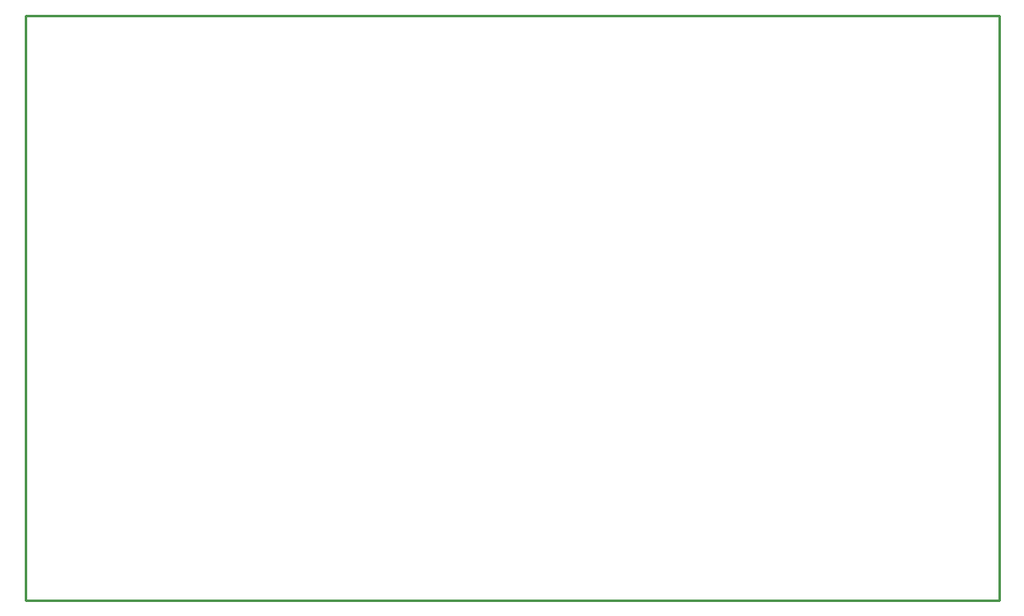
<source format=gko>
G04 Layer_Color=16711935*
%FSLAX25Y25*%
%MOIN*%
G70*
G01*
G75*
%ADD35C,0.01000*%
D35*
X-196750Y118250D02*
X196750D01*
X-196750Y-118250D02*
Y118250D01*
X196750Y-118250D02*
Y118250D01*
X-196750Y-118250D02*
X196750D01*
M02*

</source>
